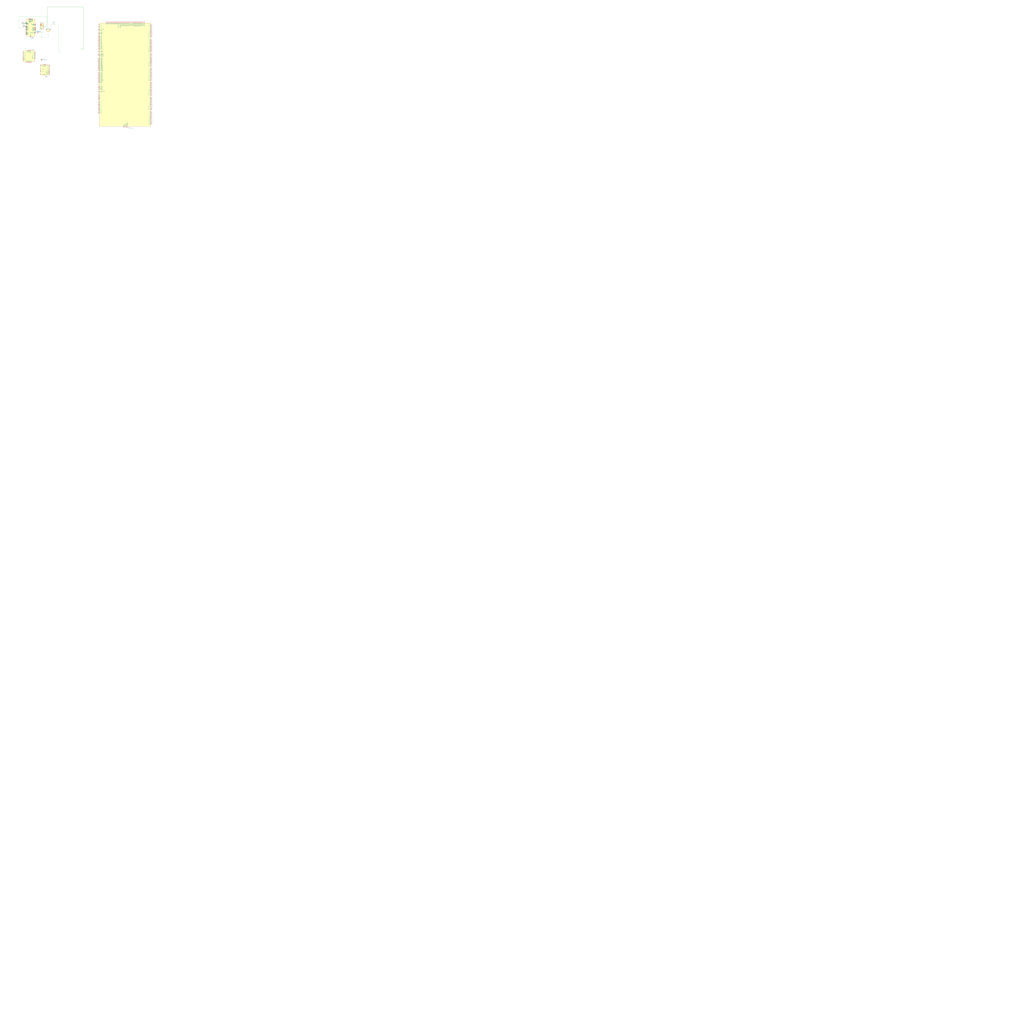
<source format=kicad_sch>
(kicad_sch (version 20250114) (generator "eeschema") (generator_version "9.0")
  (paper "User" 3048 3048)
  (lib_symbols
    (symbol "Battery_Management:BQ25570"
      (property "Reference" "U" (at -12.7 16.51 0))
      (property "Value" "BQ25570" (at 10.16 16.51 0))
      (symbol "BQ25570_0_1"
        (rectangle (start -12.7 15.24) (end 12.7 -15.24) (stroke (width 0.254)) (fill (type background)))
      )
      (symbol "BQ25570_1_1"
        (pin passive line (at -15.24 12.7 0) (length 2.54) (name "LBOOST") (number "20"))
        (pin input line (at -15.24 2.54 0) (length 2.54) (name "VOC_SAMP") (number "3"))
        (pin input line (at -15.24 -2.54 0) (length 2.54) (name "~{EN}") (number "5"))
        (pin input line (at -15.24 -5.08 0) (length 2.54) (name "VOUT_EN") (number "6"))
        (pin passive line (at -15.24 -12.7 0) (length 2.54) (name "VREF_SAMP") (number "4"))
        (pin power_in line (at -2.54 17.78 270) (length 2.54) (name "VIN_DC") (number "2"))
        (pin power_out line (at 0 17.78 270) (length 2.54) (name "VSTOR") (number "19"))
        (pin power_in line (at 0 -17.78 90) (length 2.54) (name "VSS") (number "1"))
        (pin passive line (at 0 -17.78 90) (length 2.54) (hide yes) (name "VSS") (number "15"))
        (pin passive line (at 0 -17.78 90) (length 2.54) (hide yes) (name "VSS") (number "17"))
        (pin passive line (at 0 -17.78 90) (length 2.54) (hide yes) (name "VSS") (number "21"))
        (pin passive line (at 0 -17.78 90) (length 2.54) (hide yes) (name "VSS") (number "9"))
        (pin power_in line (at 2.54 17.78 270) (length 2.54) (name "VBAT") (number "18"))
        (pin passive line (at 15.24 12.7 180) (length 2.54) (name "LBUCK") (number "16"))
        (pin input line (at 15.24 7.62 180) (length 2.54) (name "VOUT") (number "14"))
        (pin output line (at 15.24 2.54 180) (length 2.54) (name "VBAT_OK") (number "13"))
        (pin output line (at 15.24 -2.54 180) (length 2.54) (name "VRDIV") (number "8"))
        (pin input line (at 15.24 -5.08 180) (length 2.54) (name "OK_HYST") (number "10"))
        (pin input line (at 15.24 -7.62 180) (length 2.54) (name "OK_PROG") (number "11"))
        (pin input line (at 15.24 -10.16 180) (length 2.54) (name "VBAT_OV") (number "7"))
        (pin input line (at 15.24 -12.7 180) (length 2.54) (name "VOUT_SET") (number "12"))
      )
    )
    (symbol "Connector:Conn_Coaxial_Small" (pin_numbers (hide yes)) (pin_names (offset 1.016) (hide yes))
      (property "Reference" "J" (at 0.254 3.048 0))
      (property "Value" "Conn_Coaxial_Small" (at 0 -3.81 0))
      (symbol "Conn_Coaxial_Small_0_1"
        (polyline (pts (xy -2.54 0) (xy -0.508 0)))
        (circle (center 0 0) (radius 0.508) (stroke (width 0.2032)))
      )
      (symbol "Conn_Coaxial_Small_1_1"
        (arc (start 1.3484 0.0039) (mid 0.327 -1.308) (end -1.1916 -0.6311) (stroke (width 0.3048)))
        (arc (start -1.1916 0.6311) (mid 0.327 1.3081) (end 1.3484 -0.0039) (stroke (width 0.3048)))
        (pin passive line (at -2.54 0 0) (length 1.27) (name "In") (number "1"))
        (pin passive line (at 2.54 0 180) (length 1.27) (name "Ext") (number "2"))
      )
    )
    (symbol "Connector:USB_B_Micro" (pin_names (offset 1.016))
      (property "Reference" "J" (at -5.08 11.43 0))
      (property "Value" "USB_B_Micro" (at -5.08 8.89 0))
      (symbol "USB_B_Micro_0_1"
        (rectangle (start -5.08 -7.62) (end 5.08 7.62) (stroke (width 0.254)) (fill (type background)))
        (polyline (pts (xy -4.699 5.842) (xy -4.699 5.588) (xy -4.445 4.826) (xy -4.445 4.572) (xy -1.651 4.572) (xy -1.651 4.826) (xy -1.397 5.588) (xy -1.397 5.842) (xy -4.699 5.842)))
        (polyline (pts (xy -4.318 5.588) (xy -1.778 5.588) (xy -2.032 4.826) (xy -4.064 4.826) (xy -4.318 5.588)) (fill (type outline)))
        (circle (center -3.81 2.159) (radius 0.635) (stroke (width 0.254)) (fill (type outline)))
        (polyline (pts (xy -3.175 2.159) (xy -2.54 2.159) (xy -1.27 3.429) (xy -0.635 3.429)) (stroke (width 0.254)))
        (polyline (pts (xy -2.54 2.159) (xy -1.905 2.159) (xy -1.27 0.889) (xy 0 0.889)) (stroke (width 0.254)))
        (polyline (pts (xy -1.905 2.159) (xy 0.635 2.159)) (stroke (width 0.254)))
        (circle (center -0.635 3.429) (radius 0.381) (stroke (width 0.254)) (fill (type outline)))
        (rectangle (start -0.127 -7.62) (end 0.127 -6.858))
        (rectangle (start 0.254 1.27) (end -0.508 0.508) (stroke (width 0.254)) (fill (type outline)))
        (polyline (pts (xy 0.635 2.794) (xy 0.635 1.524) (xy 1.905 2.159) (xy 0.635 2.794)) (stroke (width 0.254)) (fill (type outline)))
        (rectangle (start 5.08 4.953) (end 4.318 5.207))
        (rectangle (start 5.08 -0.127) (end 4.318 0.127))
        (rectangle (start 5.08 -2.667) (end 4.318 -2.413))
        (rectangle (start 5.08 -5.207) (end 4.318 -4.953))
      )
      (symbol "USB_B_Micro_1_1"
        (pin passive line (at -2.54 -10.16 90) (length 2.54) (name "Shield") (number "6"))
        (pin power_out line (at 0 -10.16 90) (length 2.54) (name "GND") (number "5"))
        (pin power_out line (at 7.62 5.08 180) (length 2.54) (name "VBUS") (number "1"))
        (pin bidirectional line (at 7.62 0 180) (length 2.54) (name "D+") (number "3"))
        (pin bidirectional line (at 7.62 -2.54 180) (length 2.54) (name "D-") (number "2"))
        (pin passive line (at 7.62 -5.08 180) (length 2.54) (name "ID") (number "4"))
      )
    )
    (symbol "Device:Crystal_Small" (pin_numbers (hide yes)) (pin_names (offset 1.016) (hide yes))
      (property "Reference" "Y" (at 0 2.54 0))
      (property "Value" "Crystal_Small" (at 0 -2.54 0))
      (symbol "Crystal_Small_0_1"
        (polyline (pts (xy -1.27 -0.762) (xy -1.27 0.762)) (stroke (width 0.381)))
        (rectangle (start -0.762 -1.524) (end 0.762 1.524))
        (polyline (pts (xy 1.27 -0.762) (xy 1.27 0.762)) (stroke (width 0.381)))
      )
      (symbol "Crystal_Small_1_1"
        (pin passive line (at -2.54 0 0) (length 1.27) (name "1") (number "1"))
        (pin passive line (at 2.54 0 180) (length 1.27) (name "2") (number "2"))
      )
    )
    (symbol "Device:Solar_Cell" (pin_numbers (hide yes)) (pin_names (offset 0) (hide yes))
      (property "Reference" "SC" (at 2.54 2.54 0))
      (property "Value" "Solar_Cell" (at 2.54 0 0))
      (symbol "Solar_Cell_0_1"
        (polyline (pts (xy -2.032 3.048) (xy -2.032 2.286) (xy -2.794 2.286)))
        (polyline (pts (xy -2.032 2.286) (xy -3.556 3.81)))
        (rectangle (start -2.032 1.778) (end 2.032 1.524) (fill (type outline)))
        (rectangle (start -1.3208 1.1938) (end 1.27 0.6858) (fill (type outline)))
        (polyline (pts (xy -0.762 3.556) (xy -0.762 2.794) (xy -1.524 2.794)))
        (polyline (pts (xy -0.762 2.794) (xy -2.286 4.318)))
        (polyline (pts (xy 0 1.778) (xy 0 2.54)))
        (polyline (pts (xy 0 0.762) (xy 0 0)))
        (polyline (pts (xy 0.254 2.667) (xy 1.27 2.667)) (stroke (width 0.254)))
        (polyline (pts (xy 0.762 3.175) (xy 0.762 2.159)) (stroke (width 0.254)))
      )
      (symbol "Solar_Cell_1_1"
        (pin passive line (at 0 5.08 270) (length 2.54) (name "+") (number "1"))
        (pin passive line (at 0 -2.54 90) (length 2.54) (name "-") (number "2"))
      )
    )
    (symbol "MCU_ST_STM32MP1:STM32MP131AAEx"
      (property "Reference" "U" (at -76.2 156.21 0))
      (property "Value" "STM32MP131AAEx" (at 60.96 156.21 0))
      (symbol "STM32MP131AAEx_0_1"
        (rectangle (start -76.2 -152.4) (end 76.2 154.94) (stroke (width 0.254)) (fill (type background)))
      )
      (symbol "STM32MP131AAEx_1_1"
        (pin input line (at -81.28 149.86 0) (length 5.08) (name "NRST") (number "U10"))
        (pin input line (at -81.28 144.78 0) (length 5.08) (name "VREF+") (number "R6"))
        (pin input line (at -81.28 142.24 0) (length 5.08) (name "VREF-") (number "P6"))
        (pin output line (at -81.28 137.16 0) (length 5.08) (name "PWR_CPU_ON") (number "R3"))
        (pin output line (at -81.28 134.62 0) (length 5.08) (name "PWR_LP") (number "N13"))
        (pin output line (at -81.28 132.08 0) (length 5.08) (name "PWR_ON") (number "P14"))
        (pin bidirectional line (at -81.28 127 0) (length 5.08) (name "DDR_BA0") (number "G17"))
        (pin bidirectional line (at -81.28 124.46 0) (length 5.08) (name "DDR_BA1") (number "L16"))
        (pin bidirectional line (at -81.28 121.92 0) (length 5.08) (name "DDR_BA2") (number "G13"))
        (pin bidirectional line (at -81.28 116.84 0) (length 5.08) (name "DDR_A0") (number "G16"))
        (pin bidirectional line (at -81.28 114.3 0) (length 5.08) (name "DDR_A1") (number "K15"))
        (pin bidirectional line (at -81.28 111.76 0) (length 5.08) (name "DDR_A2") (number "F17"))
        (pin bidirectional line (at -81.28 109.22 0) (length 5.08) (name "DDR_A3") (number "G15"))
        (pin bidirectional line (at -81.28 106.68 0) (length 5.08) (name "DDR_A4") (number "M14"))
        (pin bidirectional line (at -81.28 104.14 0) (length 5.08) (name "DDR_A5") (number "E16"))
        (pin bidirectional line (at -81.28 101.6 0) (length 5.08) (name "DDR_A6") (number "M17"))
        (pin bidirectional line (at -81.28 99.06 0) (length 5.08) (name "DDR_A7") (number "G14"))
        (pin bidirectional line (at -81.28 96.52 0) (length 5.08) (name "DDR_A8") (number "L15"))
        (pin bidirectional line (at -81.28 93.98 0) (length 5.08) (name "DDR_A9") (number "F16"))
        (pin bidirectional line (at -81.28 91.44 0) (length 5.08) (name "DDR_A10") (number "J14"))
        (pin bidirectional line (at -81.28 88.9 0) (length 5.08) (name "DDR_A11") (number "K13"))
        (pin bidirectional line (at -81.28 86.36 0) (length 5.08) (name "DDR_A12") (number "K17"))
        (pin bidirectional line (at -81.28 83.82 0) (length 5.08) (name "DDR_A13") (number "F14"))
        (pin bidirectional line (at -81.28 81.28 0) (length 5.08) (name "DDR_A14") (number "L17"))
        (pin bidirectional line (at -81.28 78.74 0) (length 5.08) (name "DDR_A15") (number "K16"))
        (pin bidirectional line (at -81.28 76.2 0) (length 5.08) (name "DDR_ATO") (number "L13"))
        (pin bidirectional line (at -81.28 71.12 0) (length 5.08) (name "DDR_DQM0") (number "D15"))
        (pin bidirectional line (at -81.28 68.58 0) (length 5.08) (name "DDR_DQM1") (number "N14"))
        (pin bidirectional line (at -81.28 63.5 0) (length 5.08) (name "DDR_DQS0N") (number "C16"))
        (pin bidirectional line (at -81.28 60.96 0) (length 5.08) (name "DDR_DQS0P") (number "C17"))
        (pin bidirectional line (at -81.28 58.42 0) (length 5.08) (name "DDR_DQS1N") (number "R16"))
        (pin bidirectional line (at -81.28 55.88 0) (length 5.08) (name "DDR_DQS1P") (number "R17"))
        (pin bidirectional line (at -81.28 50.8 0) (length 5.08) (name "DDR_DQ0") (number "B17"))
        (pin bidirectional line (at -81.28 48.26 0) (length 5.08) (name "DDR_DQ1") (number "C15"))
        (pin bidirectional line (at -81.28 45.72 0) (length 5.08) (name "DDR_DQ2") (number "E13"))
        (pin bidirectional line (at -81.28 43.18 0) (length 5.08) (name "DDR_DQ3") (number "D17"))
        (pin bidirectional line (at -81.28 40.64 0) (length 5.08) (name "DDR_DQ4") (number "B16"))
        (pin bidirectional line (at -81.28 38.1 0) (length 5.08) (name "DDR_DQ5") (number "D16"))
        (pin bidirectional line (at -81.28 35.56 0) (length 5.08) (name "DDR_DQ6") (number "E14"))
        (pin bidirectional line (at -81.28 33.02 0) (length 5.08) (name "DDR_DQ7") (number "E15"))
        (pin bidirectional line (at -81.28 30.48 0) (length 5.08) (name "DDR_DQ8") (number "N16"))
        (pin bidirectional line (at -81.28 27.94 0) (length 5.08) (name "DDR_DQ9") (number "P17"))
        (pin bidirectional line (at -81.28 25.4 0) (length 5.08) (name "DDR_DQ10") (number "N15"))
        (pin bidirectional line (at -81.28 22.86 0) (length 5.08) (name "DDR_DQ11") (number "P15"))
        (pin bidirectional line (at -81.28 20.32 0) (length 5.08) (name "DDR_DQ12") (number "R15"))
        (pin bidirectional line (at -81.28 17.78 0) (length 5.08) (name "DDR_DQ13") (number "P16"))
        (pin bidirectional line (at -81.28 15.24 0) (length 5.08) (name "DDR_DQ14") (number "T17"))
        (pin bidirectional line (at -81.28 12.7 0) (length 5.08) (name "DDR_DQ15") (number "T16"))
        (pin bidirectional line (at -81.28 7.62 0) (length 5.08) (name "DDR_CASN") (number "J15"))
        (pin bidirectional line (at -81.28 5.08 0) (length 5.08) (name "DDR_CKE") (number "K14"))
        (pin bidirectional line (at -81.28 2.54 0) (length 5.08) (name "DDR_CLKN") (number "J17"))
        (pin bidirectional line (at -81.28 0 0) (length 5.08) (name "DDR_CLKP") (number "J16"))
        (pin bidirectional line (at -81.28 -2.54 0) (length 5.08) (name "DDR_CSN") (number "H16"))
        (pin bidirectional line (at -81.28 -5.08 0) (length 5.08) (name "DDR_DTO0") (number "L14"))
        (pin bidirectional line (at -81.28 -7.62 0) (length 5.08) (name "DDR_DTO1") (number "M16"))
        (pin bidirectional line (at -81.28 -10.16 0) (length 5.08) (name "DDR_ODT") (number "H15"))
        (pin bidirectional line (at -81.28 -12.7 0) (length 5.08) (name "DDR_RASN") (number "H17"))
        (pin bidirectional line (at -81.28 -15.24 0) (length 5.08) (name "DDR_RESETN") (number "E17"))
        (pin bidirectional line (at -81.28 -17.78 0) (length 5.08) (name "DDR_VREF") (number "M13"))
        (pin bidirectional line (at -81.28 -20.32 0) (length 5.08) (name "DDR_WEN") (number "H13"))
        (pin bidirectional line (at -81.28 -22.86 0) (length 5.08) (name "DDR_ZQ") (number "N17"))
        (pin bidirectional line (at -81.28 -27.94 0) (length 5.08) (name "NJTRST") (number "N9"))
        (pin bidirectional line (at -81.28 -33.02 0) (length 5.08) (name "USB_DM1") (number "U13"))
        (pin bidirectional line (at -81.28 -35.56 0) (length 5.08) (name "USB_DM2") (number "U11"))
        (pin bidirectional line (at -81.28 -38.1 0) (length 5.08) (name "USB_DP1") (number "T13"))
        (pin bidirectional line (at -81.28 -40.64 0) (length 5.08) (name "USB_DP2") (number "T11"))
        (pin bidirectional line (at -81.28 -43.18 0) (length 5.08) (name "USB_RREF") (number "U12"))
        (pin bidirectional line (at -81.28 -48.26 0) (length 5.08) (name "BYPASS_REG1V8") (number "T14"))
        (pin bidirectional line (at -81.28 -50.8 0) (length 5.08) (name "PDR_ON") (number "T10"))
        (pin bidirectional line (at -81.28 -55.88 0) (length 5.08) (name "PI0") (number "L4"))
        (pin bidirectional line (at -81.28 -58.42 0) (length 5.08) (name "PI1") (number "K5"))
        (pin bidirectional line (at -81.28 -60.96 0) (length 5.08) (name "PI2") (number "J3"))
        (pin bidirectional line (at -81.28 -63.5 0) (length 5.08) (name "PI3") (number "H2"))
        (pin bidirectional line (at -81.28 -66.04 0) (length 5.08) (name "PI4") (number "U14"))
        (pin bidirectional line (at -81.28 -68.58 0) (length 5.08) (name "PI5") (number "P12"))
        (pin bidirectional line (at -81.28 -71.12 0) (length 5.08) (name "PI6") (number "R12"))
        (pin bidirectional line (at -81.28 -73.66 0) (length 5.08) (name "PI7") (number "U16"))
        (pin bidirectional line (at -81.28 -78.74 0) (length 5.08) (name "PH0") (number "P1"))
        (pin bidirectional line (at -81.28 -81.28 0) (length 5.08) (name "PH1") (number "P2"))
        (pin bidirectional line (at -81.28 -83.82 0) (length 5.08) (name "PH2") (number "F4"))
        (pin bidirectional line (at -81.28 -86.36 0) (length 5.08) (name "PH3") (number "R2"))
        (pin bidirectional line (at -81.28 -88.9 0) (length 5.08) (name "PH4") (number "T15"))
        (pin bidirectional line (at -81.28 -91.44 0) (length 5.08) (name "PH5") (number "R14"))
        (pin bidirectional line (at -81.28 -93.98 0) (length 5.08) (name "PH6") (number "L3"))
        (pin bidirectional line (at -81.28 -96.52 0) (length 5.08) (name "PH7") (number "H3"))
        (pin bidirectional line (at -81.28 -99.06 0) (length 5.08) (name "PH8") (number "F5"))
        (pin bidirectional line (at -81.28 -101.6 0) (length 5.08) (name "PH9") (number "A9"))
        (pin bidirectional line (at -81.28 -104.14 0) (length 5.08) (name "PH10") (number "E11"))
        (pin bidirectional line (at -81.28 -106.68 0) (length 5.08) (name "PH11") (number "H1"))
        (pin bidirectional line (at -81.28 -109.22 0) (length 5.08) (name "PH12") (number "C2"))
        (pin bidirectional line (at -81.28 -111.76 0) (length 5.08) (name "PH13") (number "A10"))
        (pin bidirectional line (at -81.28 -114.3 0) (length 5.08) (name "PH14") (number "B7"))
        (pin power_in line (at -55.88 160.02 270) (length 5.08) (name "VBAT") (number "J2"))
        (pin power_in line (at -53.34 160.02 270) (length 5.08) (name "VDD") (number "F7"))
        (pin power_in line (at -50.8 160.02 270) (length 5.08) (name "VDD") (number "F10"))
        (pin power_in line (at -48.26 160.02 270) (length 5.08) (name "VDD") (number "F11"))
        (pin power_in line (at -45.72 160.02 270) (length 5.08) (name "VDD") (number "G6"))
        (pin power_in line (at -43.18 160.02 270) (length 5.08) (name "VDD") (number "K6"))
        (pin power_in line (at -40.64 160.02 270) (length 5.08) (name "VDD") (number "L6"))
        (pin power_in line (at -38.1 160.02 270) (length 5.08) (name "VDD") (number "M6"))
        (pin power_in line (at -35.56 160.02 270) (length 5.08) (name "VDD") (number "M7"))
        (pin power_in line (at -33.02 160.02 270) (length 5.08) (name "VDD") (number "M8"))
        (pin power_in line (at -30.48 160.02 270) (length 5.08) (name "VDD") (number "M9"))
        (pin power_in line (at -27.94 160.02 270) (length 5.08) (name "VDD") (number "M10"))
        (pin power_in line (at -25.4 160.02 270) (length 5.08) (name "VDD") (number "M11"))
        (pin power_in line (at -22.86 160.02 270) (length 5.08) (name "VDD") (number "R9"))
        (pin power_in line (at -20.32 160.02 270) (length 5.08) (name "VDD3V3_USBHS") (number "P10"))
        (pin power_in line (at -17.78 160.02 270) (length 5.08) (name "VDDA") (number "P7"))
        (pin power_in line (at -15.24 160.02 270) (length 5.08) (name "VDDA1V1_REG") (number "N11"))
        (pin power_in line (at -12.7 160.02 270) (length 5.08) (name "VDDA1V8_REG") (number "R11"))
        (pin power_in line (at -10.16 160.02 270) (length 5.08) (name "VDDCORE") (number "H8"))
        (pin power_in line (at -7.62 160.02 270) (length 5.08) (name "VDDCORE") (number "H9"))
        (pin power_in line (at -5.08 160.02 270) (length 5.08) (name "VDDCORE") (number "H10"))
        (pin power_in line (at -5.08 -157.48 90) (length 5.08) (name "VSS") (number "A1"))
        (pin passive line (at -5.08 -157.48 90) (length 5.08) (hide yes) (name "VSS") (number "A17"))
        (pin passive line (at -5.08 -157.48 90) (length 5.08) (hide yes) (name "VSS") (number "C8"))
        (pin passive line (at -5.08 -157.48 90) (length 5.08) (hide yes) (name "VSS") (number "D12"))
        (pin passive line (at -5.08 -157.48 90) (length 5.08) (hide yes) (name "VSS") (number "D3"))
        (pin passive line (at -5.08 -157.48 90) (length 5.08) (hide yes) (name "VSS") (number "E5"))
        (pin passive line (at -5.08 -157.48 90) (length 5.08) (hide yes) (name "VSS") (number "F13"))
        (pin passive line (at -5.08 -157.48 90) (length 5.08) (hide yes) (name "VSS") (number "F15"))
        (pin passive line (at -5.08 -157.48 90) (length 5.08) (hide yes) (name "VSS") (number "G10"))
        (pin passive line (at -5.08 -157.48 90) (length 5.08) (hide yes) (name "VSS") (number "G11"))
        (pin passive line (at -5.08 -157.48 90) (length 5.08) (hide yes) (name "VSS") (number "G7"))
        (pin passive line (at -5.08 -157.48 90) (length 5.08) (hide yes) (name "VSS") (number "G8"))
        (pin passive line (at -5.08 -157.48 90) (length 5.08) (hide yes) (name "VSS") (number "G9"))
        (pin passive line (at -5.08 -157.48 90) (length 5.08) (hide yes) (name "VSS") (number "H11"))
        (pin passive line (at -5.08 -157.48 90) (length 5.08) (hide yes) (name "VSS") (number "H14"))
        (pin passive line (at -5.08 -157.48 90) (length 5.08) (hide yes) (name "VSS") (number "H7"))
        (pin passive line (at -5.08 -157.48 90) (length 5.08) (hide yes) (name "VSS") (number "J11"))
        (pin passive line (at -5.08 -157.48 90) (length 5.08) (hide yes) (name "VSS") (number "J7"))
        (pin passive line (at -5.08 -157.48 90) (length 5.08) (hide yes) (name "VSS") (number "J9"))
        (pin passive line (at -5.08 -157.48 90) (length 5.08) (hide yes) (name "VSS") (number "K11"))
        (pin passive line (at -5.08 -157.48 90) (length 5.08) (hide yes) (name "VSS") (number "K3"))
        (pin passive line (at -5.08 -157.48 90) (length 5.08) (hide yes) (name "VSS") (number "K7"))
        (pin passive line (at -5.08 -157.48 90) (length 5.08) (hide yes) (name "VSS") (number "L10"))
        (pin passive line (at -5.08 -157.48 90) (length 5.08) (hide yes) (name "VSS") (number "L11"))
        (pin passive line (at -5.08 -157.48 90) (length 5.08) (hide yes) (name "VSS") (number "L7"))
        (pin passive line (at -5.08 -157.48 90) (length 5.08) (hide yes) (name "VSS") (number "L8"))
        (pin passive line (at -5.08 -157.48 90) (length 5.08) (hide yes) (name "VSS") (number "L9"))
        (pin passive line (at -5.08 -157.48 90) (length 5.08) (hide yes) (name "VSS") (number "M15"))
        (pin passive line (at -5.08 -157.48 90) (length 5.08) (hide yes) (name "VSS") (number "N4"))
        (pin passive line (at -5.08 -157.48 90) (length 5.08) (hide yes) (name "VSS") (number "P11"))
        (pin passive line (at -5.08 -157.48 90) (length 5.08) (hide yes) (name "VSS") (number "R5"))
        (pin passive line (at -5.08 -157.48 90) (length 5.08) (hide yes) (name "VSS") (number "R8"))
        (pin passive line (at -5.08 -157.48 90) (length 5.08) (hide yes) (name "VSS") (number "U1"))
        (pin passive line (at -5.08 -157.48 90) (length 5.08) (hide yes) (name "VSS") (number "U17"))
        (pin power_in line (at -2.54 160.02 270) (length 5.08) (name "VDDCORE") (number "J8"))
        (pin power_in line (at -2.54 -157.48 90) (length 5.08) (name "VSSA") (number "N7"))
        (pin power_in line (at 0 160.02 270) (length 5.08) (name "VDDCORE") (number "J10"))
        (pin power_in line (at 0 -157.48 90) (length 5.08) (name "VSS_ANA") (number "M5"))
        (pin power_in line (at 2.54 160.02 270) (length 5.08) (name "VDDCORE") (number "J13"))
        (pin power_in line (at 2.54 -157.48 90) (length 5.08) (name "VSS_PLL") (number "J4"))
        (pin power_in line (at 5.08 160.02 270) (length 5.08) (name "VDDCORE") (number "K8"))
        (pin power_in line (at 5.08 -157.48 90) (length 5.08) (name "VSS_PLL2") (number "P13"))
        (pin power_in line (at 7.62 160.02 270) (length 5.08) (name "VDDCORE") (number "K9"))
        (pin power_in line (at 7.62 -157.48 90) (length 5.08) (name "VSS_USBHS") (number "N10"))
        (pin power_in line (at 10.16 160.02 270) (length 5.08) (name "VDDCORE") (number "K10"))
        (pin power_in line (at 12.7 160.02 270) (length 5.08) (name "VDDCPU") (number "F6"))
        (pin power_in line (at 15.24 160.02 270) (length 5.08) (name "VDDCPU") (number "F8"))
        (pin power_in line (at 17.78 160.02 270) (length 5.08) (name "VDDCPU") (number "F9"))
        (pin power_in line (at 20.32 160.02 270) (length 5.08) (name "VDDCPU") (number "H6"))
        (pin power_in line (at 22.86 160.02 270) (length 5.08) (name "VDDCPU") (number "J6"))
        (pin power_in line (at 25.4 160.02 270) (length 5.08) (name "VDDQ_DDR") (number "E12"))
        (pin power_in line (at 27.94 160.02 270) (length 5.08) (name "VDDQ_DDR") (number "F12"))
        (pin power_in line (at 30.48 160.02 270) (length 5.08) (name "VDDQ_DDR") (number "G12"))
        (pin power_in line (at 33.02 160.02 270) (length 5.08) (name "VDDQ_DDR") (number "H12"))
        (pin power_in line (at 35.56 160.02 270) (length 5.08) (name "VDDQ_DDR") (number "J12"))
        (pin power_in line (at 38.1 160.02 270) (length 5.08) (name "VDDQ_DDR") (number "K12"))
        (pin power_in line (at 40.64 160.02 270) (length 5.08) (name "VDDQ_DDR") (number "L12"))
        (pin power_in line (at 43.18 160.02 270) (length 5.08) (name "VDDQ_DDR") (number "M12"))
        (pin power_in line (at 45.72 160.02 270) (length 5.08) (name "VDDQ_DDR") (number "N12"))
        (pin power_in line (at 48.26 160.02 270) (length 5.08) (name "VDDSD1") (number "C12"))
        (pin power_in line (at 50.8 160.02 270) (length 5.08) (name "VDDSD2") (number "D11"))
        (pin power_in line (at 53.34 160.02 270) (length 5.08) (name "VDD_ANA") (number "M4"))
        (pin power_in line (at 55.88 160.02 270) (length 5.08) (name "VDD_PLL") (number "J5"))
        (pin power_in line (at 58.42 160.02 270) (length 5.08) (name "VDD_PLL2") (number "R13"))
        (pin bidirectional line (at 81.28 149.86 180) (length 5.08) (name "PA0") (number "U3"))
        (pin bidirectional line (at 81.28 147.32 180) (length 5.08) (name "PA1") (number "R4"))
        (pin bidirectional line (at 81.28 144.78 180) (length 5.08) (name "PA2") (number "P5"))
        (pin bidirectional line (at 81.28 142.24 180) (length 5.08) (name "PA3") (number "N8"))
        (pin bidirectional line (at 81.28 139.7 180) (length 5.08) (name "PA4") (number "U5"))
        (pin bidirectional line (at 81.28 137.16 180) (length 5.08) (name "PA5") (number "U4"))
        (pin bidirectional line (at 81.28 134.62 180) (length 5.08) (name "PA6") (number "T8"))
        (pin bidirectional line (at 81.28 132.08 180) (length 5.08) (name "PA7") (number "U2"))
        (pin bidirectional line (at 81.28 129.54 180) (length 5.08) (name "PA8") (number "M2"))
        (pin bidirectional line (at 81.28 127 180) (length 5.08) (name "PA9") (number "A2"))
        (pin bidirectional line (at 81.28 124.46 180) (length 5.08) (name "PA10") (number "U15"))
        (pin bidirectional line (at 81.28 121.92 180) (length 5.08) (name "PA11") (number "T2"))
        (pin bidirectional line (at 81.28 119.38 180) (length 5.08) (name "PA12") (number "E3"))
        (pin bidirectional line (at 81.28 116.84 180) (length 5.08) (name "PA13") (number "P3"))
        (pin bidirectional line (at 81.28 114.3 180) (length 5.08) (name "PA14") (number "T12"))
        (pin bidirectional line (at 81.28 111.76 180) (length 5.08) (name "PA15") (number "E6"))
        (pin bidirectional line (at 81.28 106.68 180) (length 5.08) (name "PB0") (number "U7"))
        (pin bidirectional line (at 81.28 104.14 180) (length 5.08) (name "PB1") (number "T7"))
        (pin bidirectional line (at 81.28 101.6 180) (length 5.08) (name "PB2") (number "H4"))
        (pin bidirectional line (at 81.28 99.06 180) (length 5.08) (name "PB3") (number "C11"))
        (pin bidirectional line (at 81.28 96.52 180) (length 5.08) (name "PB4") (number "B13"))
        (pin bidirectional line (at 81.28 93.98 180) (length 5.08) (name "PB5") (number "C10"))
        (pin bidirectional line (at 81.28 91.44 180) (length 5.08) (name "PB6") (number "C1"))
        (pin bidirectional line (at 81.28 88.9 180) (length 5.08) (name "PB7") (number "A4"))
        (pin bidirectional line (at 81.28 86.36 180) (length 5.08) (name "PB8") (number "D1"))
        (pin bidirectional line (at 81.28 83.82 180) (length 5.08) (name "PB9") (number "A12"))
        (pin bidirectional line (at 81.28 81.28 180) (length 5.08) (name "PB10") (number "D10"))
        (pin bidirectional line (at 81.28 78.74 180) (length 5.08) (name "PB11") (number "N5"))
        (pin bidirectional line (at 81.28 76.2 180) (length 5.08) (name "PB12") (number "D9"))
        (pin bidirectional line (at 81.28 73.66 180) (length 5.08) (name "PB13") (number "E10"))
        (pin bidirectional line (at 81.28 71.12 180) (length 5.08) (name "PB14") (number "A13"))
        (pin bidirectional line (at 81.28 68.58 180) (length 5.08) (name "PB15") (number "B12"))
        (pin bidirectional line (at 81.28 63.5 180) (length 5.08) (name "PC0") (number "T3"))
        (pin bidirectional line (at 81.28 60.96 180) (length 5.08) (name "PC1") (number "U8"))
        (pin bidirectional line (at 81.28 58.42 180) (length 5.08) (name "PC2") (number "U9"))
        (pin bidirectional line (at 81.28 55.88 180) (length 5.08) (name "PC3") (number "T5"))
        (pin bidirectional line (at 81.28 53.34 180) (length 5.08) (name "PC4") (number "U6"))
        (pin bidirectional line (at 81.28 50.8 180) (length 5.08) (name "PC5") (number "R7"))
        (pin bidirectional line (at 81.28 48.26 180) (length 5.08) (name "PC6") (number "B11"))
        (pin bidirectional line (at 81.28 45.72 180) (length 5.08) (name "PC7") (number "A11"))
        (pin bidirectional line (at 81.28 43.18 180) (length 5.08) (name "PC8") (number "D14"))
        (pin bidirectional line (at 81.28 40.64 180) (length 5.08) (name "PC9") (number "A16"))
        (pin bidirectional line (at 81.28 38.1 180) (length 5.08) (name "PC10") (number "B14"))
        (pin bidirectional line (at 81.28 35.56 180) (length 5.08) (name "PC11") (number "C14"))
        (pin bidirectional line (at 81.28 33.02 180) (length 5.08) (name "PC12") (number "B15"))
        (pin bidirectional line (at 81.28 30.48 180) (length 5.08) (name "PC13") (number "K4"))
        (pin bidirectional line (at 81.28 27.94 180) (length 5.08) (name "PC14") (number "K1"))
        (pin bidirectional line (at 81.28 25.4 180) (length 5.08) (name "PC15") (number "K2"))
        (pin bidirectional line (at 81.28 20.32 180) (length 5.08) (name "PD0") (number "E4"))
        (pin bidirectional line (at 81.28 17.78 180) (length 5.08) (name "PD1") (number "D5"))
        (pin bidirectional line (at 81.28 15.24 180) (length 5.08) (name "PD2") (number "A15"))
        (pin bidirectional line (at 81.28 12.7 180) (length 5.08) (name "PD3") (number "B1"))
        (pin bidirectional line (at 81.28 10.16 180) (length 5.08) (name "PD4") (number "E7"))
        (pin bidirectional line (at 81.28 7.62 180) (length 5.08) (name "PD5") (number "A6"))
        (pin bidirectional line (at 81.28 5.08 180) (length 5.08) (name "PD6") (number "D2"))
        (pin bidirectional line (at 81.28 2.54 180) (length 5.08) (name "PD7") (number "N3"))
        (pin bidirectional line (at 81.28 0 180) (length 5.08) (name "PD8") (number "C5"))
        (pin bidirectional line (at 81.28 -2.54 180) (length 5.08) (name "PD9") (number "E8"))
        (pin bidirectional line (at 81.28 -5.08 180) (length 5.08) (name "PD10") (number "A3"))
        (pin bidirectional line (at 81.28 -7.62 180) (length 5.08) (name "PD11") (number "E2"))
        (pin bidirectional line (at 81.28 -10.16 180) (length 5.08) (name "PD12") (number "C6"))
        (pin bidirectional line (at 81.28 -12.7 180) (length 5.08) (name "PD13") (number "J1"))
        (pin bidirectional line (at 81.28 -15.24 180) (length 5.08) (name "PD14") (number "B3"))
        (pin bidirectional line (at 81.28 -17.78 180) (length 5.08) (name "PD15") (number "C7"))
        (pin bidirectional line (at 81.28 -22.86 180) (length 5.08) (name "PE0") (number "D6"))
        (pin bidirectional line (at 81.28 -25.4 180) (length 5.08) (name "PE1") (number "B5"))
        (pin bidirectional line (at 81.28 -27.94 180) (length 5.08) (name "PE2") (number "L1"))
        (pin bidirectional line (at 81.28 -30.48 180) (length 5.08) (name "PE3") (number "D13"))
        (pin bidirectional line (at 81.28 -33.02 180) (length 5.08) (name "PE4") (number "H5"))
        (pin bidirectional line (at 81.28 -35.56 180) (length 5.08) (name "PE5") (number "T9"))
        (pin bidirectional line (at 81.28 -38.1 180) (length 5.08) (name "PE6") (number "N1"))
        (pin bidirectional line (at 81.28 -40.64 180) (length 5.08) (name "PE7") (number "A5"))
        (pin bidirectional line (at 81.28 -43.18 180) (length 5.08) (name "PE8") (number "A7"))
        (pin bidirectional line (at 81.28 -45.72 180) (length 5.08) (name "PE9") (number "B6"))
        (pin bidirectional line (at 81.28 -48.26 180) (length 5.08) (name "PE10") (number "B8"))
        (pin bidirectional line (at 81.28 -50.8 180) (length 5.08) (name "PE11") (number "D4"))
        (pin bidirectional line (at 81.28 -53.34 180) (length 5.08) (name "PE12") (number "B4"))
        (pin bidirectional line (at 81.28 -55.88 180) (length 5.08) (name "PE13") (number "C4"))
        (pin bidirectional line (at 81.28 -58.42 180) (length 5.08) (name "PE14") (number "C3"))
        (pin bidirectional line (at 81.28 -60.96 180) (length 5.08) (name "PE15") (number "D8"))
        (pin bidirectional line (at 81.28 -66.04 180) (length 5.08) (name "PF0") (number "C13"))
        (pin bidirectional line (at 81.28 -68.58 180) (length 5.08) (name "PF1") (number "B9"))
        (pin bidirectional line (at 81.28 -71.12 180) (length 5.08) (name "PF2") (number "E9"))
        (pin bidirectional line (at 81.28 -73.66 180) (length 5.08) (name "PF3") (number "B10"))
        (pin bidirectional line (at 81.28 -76.2 180) (length 5.08) (name "PF4") (number "L2"))
        (pin bidirectional line (at 81.28 -78.74 180) (length 5.08) (name "PF5") (number "B2"))
        (pin bidirectional line (at 81.28 -81.28 180) (length 5.08) (name "PF6") (number "G2"))
        (pin bidirectional line (at 81.28 -83.82 180) (length 5.08) (name "PF7") (number "M1"))
        (pin bidirectional line (at 81.28 -86.36 180) (length 5.08) (name "PF8") (number "G5"))
        (pin bidirectional line (at 81.28 -88.9 180) (length 5.08) (name "PF9") (number "G1"))
        (pin bidirectional line (at 81.28 -91.44 180) (length 5.08) (name "PF10") (number "G3"))
        (pin bidirectional line (at 81.28 -93.98 180) (length 5.08) (name "PF11") (number "T6"))
        (pin bidirectional line (at 81.28 -96.52 180) (length 5.08) (name "PF12") (number "T4"))
        (pin bidirectional line (at 81.28 -99.06 180) (length 5.08) (name "PF13") (number "N6"))
        (pin bidirectional line (at 81.28 -101.6 180) (length 5.08) (name "PF14") (number "P4"))
        (pin bidirectional line (at 81.28 -104.14 180) (length 5.08) (name "PF15") (number "R10"))
        (pin bidirectional line (at 81.28 -109.22 180) (length 5.08) (name "PG0") (number "D7"))
        (pin bidirectional line (at 81.28 -111.76 180) (length 5.08) (name "PG1") (number "N2"))
        (pin bidirectional line (at 81.28 -114.3 180) (length 5.08) (name "PG2") (number "R1"))
        (pin bidirectional line (at 81.28 -116.84 180) (length 5.08) (name "PG3") (number "L5"))
        (pin bidirectional line (at 81.28 -119.38 180) (length 5.08) (name "PG4") (number "A8"))
        (pin bidirectional line (at 81.28 -121.92 180) (length 5.08) (name "PG5") (number "F2"))
        (pin bidirectional line (at 81.28 -124.46 180) (length 5.08) (name "PG6") (number "A14"))
        (pin bidirectional line (at 81.28 -127 180) (length 5.08) (name "PG7") (number "C9"))
        (pin bidirectional line (at 81.28 -129.54 180) (length 5.08) (name "PG8") (number "F3"))
        (pin bidirectional line (at 81.28 -132.08 180) (length 5.08) (name "PG9") (number "E1"))
        (pin bidirectional line (at 81.28 -134.62 180) (length 5.08) (name "PG10") (number "F1"))
        (pin bidirectional line (at 81.28 -137.16 180) (length 5.08) (name "PG11") (number "M3"))
        (pin bidirectional line (at 81.28 -139.7 180) (length 5.08) (name "PG12") (number "T1"))
        (pin bidirectional line (at 81.28 -142.24 180) (length 5.08) (name "PG13") (number "P8"))
        (pin bidirectional line (at 81.28 -144.78 180) (length 5.08) (name "PG14") (number "P9"))
        (pin bidirectional line (at 81.28 -147.32 180) (length 5.08) (name "PG15") (number "G4"))
      )
    )
    (symbol "RF:SX1276"
      (property "Reference" "U" (at 13.97 24.13 0))
      (property "Value" "SX1276" (at 13.97 21.59 0))
      (symbol "SX1276_0_1"
        (rectangle (start -12.7 25.4) (end 12.7 -25.4) (stroke (width 0.254)) (fill (type background)))
      )
      (symbol "SX1276_1_1"
        (pin bidirectional line (at -15.24 15.24 0) (length 2.54) (name "XTA") (number "5"))
        (pin bidirectional line (at -15.24 12.7 0) (length 2.54) (name "XTB") (number "6"))
        (pin input line (at -15.24 10.16 0) (length 2.54) (name "~{RESET}") (number "7"))
        (pin bidirectional line (at -15.24 5.08 0) (length 2.54) (name "DIO0") (number "8"))
        (pin bidirectional line (at -15.24 2.54 0) (length 2.54) (name "DIO1") (number "9"))
        (pin bidirectional line (at -15.24 0 0) (length 2.54) (name "DIO2") (number "10"))
        (pin bidirectional line (at -15.24 -2.54 0) (length 2.54) (name "DIO3") (number "11"))
        (pin bidirectional line (at -15.24 -5.08 0) (length 2.54) (name "DIO4") (number "12"))
        (pin bidirectional line (at -15.24 -7.62 0) (length 2.54) (name "DIO5") (number "13"))
        (pin input line (at -15.24 -12.7 0) (length 2.54) (name "SCK") (number "16"))
        (pin output line (at -15.24 -15.24 0) (length 2.54) (name "MISO") (number "17"))
        (pin input line (at -15.24 -17.78 0) (length 2.54) (name "MOSI") (number "18"))
        (pin input line (at -15.24 -20.32 0) (length 2.54) (name "NSS") (number "19"))
        (pin power_in line (at -5.08 27.94 270) (length 2.54) (name "VBAT_ANA") (number "3"))
        (pin power_in line (at -2.54 27.94 270) (length 2.54) (name "VBAT_DIG") (number "14"))
        (pin power_in line (at 0 27.94 270) (length 2.54) (name "VBAT_RF") (number "24"))
        (pin power_in line (at 0 -27.94 90) (length 2.54) (name "GND") (number "15"))
        (pin passive line (at 0 -27.94 90) (length 2.54) (hide yes) (name "GND") (number "23"))
        (pin passive line (at 0 -27.94 90) (length 2.54) (hide yes) (name "GND") (number "26"))
        (pin passive line (at 0 -27.94 90) (length 2.54) (hide yes) (name "GND") (number "29"))
        (pin power_in line (at 2.54 27.94 270) (length 2.54) (name "VR_ANA") (number "2"))
        (pin power_in line (at 5.08 27.94 270) (length 2.54) (name "VR_DIG") (number "4"))
        (pin power_out line (at 15.24 10.16 180) (length 2.54) (name "PA_BOOST") (number "27"))
        (pin power_out line (at 15.24 7.62 180) (length 2.54) (name "VR_PA") (number "25"))
        (pin output line (at 15.24 0 180) (length 2.54) (name "RFO_LF") (number "28"))
        (pin input line (at 15.24 -2.54 180) (length 2.54) (name "RFI_LF") (number "1"))
        (pin output line (at 15.24 -5.08 180) (length 2.54) (name "RFO_HF") (number "22"))
        (pin input line (at 15.24 -7.62 180) (length 2.54) (name "RFI_HF") (number "21"))
        (pin output line (at 15.24 -15.24 180) (length 2.54) (name "RXTX/RF_MOD") (number "20"))
      )
    )
    (symbol "RF_Bluetooth:nRF8001" (pin_names (offset 1.016))
      (property "Reference" "U" (at 0 -1.27 0))
      (property "Value" "nRF8001" (at 0 1.27 0))
      (symbol "nRF8001_0_1"
        (rectangle (start -16.51 16.51) (end 16.51 -16.51) (stroke (width 0.254)) (fill (type background)))
      )
      (symbol "nRF8001_1_1"
        (pin bidirectional line (at -20.32 12.7 0) (length 3.81) (name "DEC1") (number "2"))
        (pin bidirectional line (at -20.32 10.16 0) (length 3.81) (name "DEC2") (number "3"))
        (pin bidirectional line (at -20.32 7.62 0) (length 3.81) (name "XL2") (number "4"))
        (pin bidirectional line (at -20.32 5.08 0) (length 3.81) (name "XL1") (number "5"))
        (pin bidirectional line (at -20.32 2.54 0) (length 3.81) (name "ACTIVE") (number "6"))
        (pin output line (at -20.32 0 0) (length 3.81) (name "TXD") (number "7"))
        (pin input line (at -20.32 -2.54 0) (length 3.81) (name "RXD") (number "10"))
        (pin input line (at -20.32 -5.08 0) (length 3.81) (name "SCK") (number "11"))
        (pin bidirectional line (at -20.32 -7.62 0) (length 3.81) (name "REQN") (number "12"))
        (pin input line (at -20.32 -10.16 0) (length 3.81) (name "MOSI") (number "13"))
        (pin output line (at -20.32 -12.7 0) (length 3.81) (name "MISO") (number "14"))
        (pin power_in line (at -7.62 -20.32 90) (length 3.81) (name "VSS") (number "8"))
        (pin power_in line (at -5.08 20.32 270) (length 3.81) (name "VDD") (number "1"))
        (pin power_in line (at -5.08 -20.32 90) (length 3.81) (name "VSS") (number "17"))
        (pin power_in line (at -2.54 20.32 270) (length 3.81) (name "VDD") (number "9"))
        (pin power_in line (at -2.54 -20.32 90) (length 3.81) (name "VSS") (number "18"))
        (pin power_in line (at 0 20.32 270) (length 3.81) (name "AVDD") (number "24"))
        (pin power_in line (at 0 -20.32 90) (length 3.81) (name "VSS") (number "23"))
        (pin power_in line (at 2.54 20.32 270) (length 3.81) (name "AVDD") (number "26"))
        (pin power_in line (at 2.54 -20.32 90) (length 3.81) (name "VSS") (number "30"))
        (pin power_in line (at 5.08 20.32 270) (length 3.81) (name "AVDD") (number "29"))
        (pin power_in line (at 5.08 -20.32 90) (length 3.81) (name "VSS") (number "31"))
        (pin power_in line (at 7.62 -20.32 90) (length 3.81) (name "EP") (number "33"))
        (pin no_connect line (at 15.24 -10.16 180) (length 3.81) (hide yes) (name "N/C") (number "15"))
        (pin bidirectional line (at 20.32 12.7 180) (length 3.81) (name "DCC") (number "32"))
        (pin bidirectional line (at 20.32 10.16 180) (length 3.81) (name "XC1") (number "28"))
        (pin bidirectional line (at 20.32 7.62 180) (length 3.81) (name "XC2") (number "27"))
        (pin input line (at 20.32 5.08 180) (length 3.81) (name "IREF") (number "25"))
        (pin bidirectional line (at 20.32 2.54 180) (length 3.81) (name "ANT2") (number "22"))
        (pin bidirectional line (at 20.32 0 180) (length 3.81) (name "ANT1") (number "21"))
        (pin output line (at 20.32 -2.54 180) (length 3.81) (name "VDD_PA") (number "20"))
        (pin input line (at 20.32 -5.08 180) (length 3.81) (name "RESET") (number "19"))
        (pin bidirectional line (at 20.32 -7.62 180) (length 3.81) (name "RDYN") (number "16"))
      )
    )
    (symbol "Regulator_Linear:AMS1117-3.3"
      (property "Reference" "U" (at -3.81 3.175 0))
      (property "Value" "AMS1117-3.3" (at 0 3.175 0))
      (symbol "AMS1117-3.3_0_1"
        (rectangle (start -5.08 -5.08) (end 5.08 1.905) (stroke (width 0.254)) (fill (type background)))
      )
      (symbol "AMS1117-3.3_1_1"
        (pin power_in line (at -7.62 0 0) (length 2.54) (name "VI") (number "3"))
        (pin power_in line (at 0 -7.62 90) (length 2.54) (name "GND") (number "1"))
        (pin power_out line (at 7.62 0 180) (length 2.54) (name "VO") (number "2"))
      )
    )
    (symbol "Switch:SW_Push" (pin_numbers (hide yes)) (pin_names (offset 1.016) (hide yes))
      (property "Reference" "SW" (at 1.27 2.54 0))
      (property "Value" "SW_Push" (at 0 -1.524 0))
      (symbol "SW_Push_0_1"
        (circle (center -2.032 0) (radius 0.508))
        (polyline (pts (xy 0 1.27) (xy 0 3.048)))
        (circle (center 2.032 0) (radius 0.508))
        (polyline (pts (xy 2.54 1.27) (xy -2.54 1.27)))
        (pin passive line (at -5.08 0 0) (length 2.54) (name "1") (number "1"))
        (pin passive line (at 5.08 0 180) (length 2.54) (name "2") (number "2"))
      )
    )
  )
  (junction (at 76.2 66.04))
  (junction (at 124.46 110.49))
  (junction (at 124.46 97.79))
  (junction (at 124.46 88.9))
  (wire (pts (xy 124.46 88.9) (xy 124.46 97.79)))
  (wire (pts (xy 55.88 49.53) (xy 139.7 49.53)))
  (wire (pts (xy 165.1 72.39) (xy 175.26 72.39)))
  (wire (pts (xy 151.13 88.9) (xy 151.13 72.39)))
  (wire (pts (xy 124.46 110.49) (xy 124.46 97.79)))
  (wire (pts (xy 55.88 82.55) (xy 55.88 49.53)))
  (wire (pts (xy 248.92 20.32) (xy 248.92 147.32)))
  (wire (pts (xy 140.97 77.47) (xy 140.97 20.32)))
  (wire (pts (xy 248.92 147.32) (xy 240.03 147.32)))
  (wire (pts (xy 247.65 144.78) (xy 240.03 144.78)))
  (wire (pts (xy 124.46 87.63) (xy 124.46 88.9)))
  (wire (pts (xy 139.7 49.53) (xy 139.7 72.39)))
  (wire (pts (xy 132.08 72.39) (xy 139.7 72.39)))
  (wire (pts (xy 76.2 66.04) (xy 76.2 67.31)))
  (wire (pts (xy 143.51 110.49) (xy 143.51 96.52)))
  (wire (pts (xy 68.58 82.55) (xy 55.88 82.55)))
  (wire (pts (xy 124.46 110.49) (xy 143.51 110.49)))
  (wire (pts (xy 175.26 157.48) (xy 179.07 157.48)))
  (wire (pts (xy 66.04 71.12) (xy 76.2 71.12)))
  (wire (pts (xy 135.89 88.9) (xy 124.46 88.9)))
  (wire (pts (xy 68.58 72.39) (xy 76.2 72.39)))
  (wire (pts (xy 175.26 72.39) (xy 175.26 157.48)))
  (wire (pts (xy 142.24 80.01) (xy 142.24 21.59)))
  (wire (pts (xy 140.97 20.32) (xy 248.92 20.32)))
  (wire (pts (xy 76.2 54.61) (xy 76.2 66.04)))
  (wire (pts (xy 132.08 77.47) (xy 140.97 77.47)))
  (wire (pts (xy 151.13 72.39) (xy 154.94 72.39)))
  (wire (pts (xy 247.65 21.59) (xy 247.65 144.78)))
  (wire (pts (xy 132.08 80.01) (xy 142.24 80.01)))
  (wire (pts (xy 86.36 54.61) (xy 76.2 54.61)))
  (wire (pts (xy 91.44 110.49) (xy 124.46 110.49)))
  (wire (pts (xy 115.57 97.79) (xy 124.46 97.79)))
  (wire (pts (xy 66.04 66.04) (xy 76.2 66.04)))
  (wire (pts (xy 142.24 21.59) (xy 247.65 21.59)))
  (wire (pts (xy 106.68 97.79) (xy 110.49 97.79)))
  (wire (pts (xy 76.2 69.85) (xy 76.2 71.12)))
  (symbol (lib_id "RF:SX1276") (at 91.44 82.55 0) (unit 1)
    (property "Reference" "U3" (at 93.5833 110.49 0) (effects (justify left)))
    (property "Value" "SX1276" (at 93.5833 113.03 0) (effects (justify left)))
    (property "Footprint" "Package_DFN_QFN:QFN-28-1EP_6x6mm_P0.65mm_EP4.8x4.8mm" (effects (hide yes)))
    (property "Datasheet" "https://semtech.my.salesforce.com/sfc/p/#E0000000JelG/a/2R0000001Rbr/6EfVZUorrpoKFfvaF_Fkpgp5kzjiNyiAbqcpqh9qSjE" (effects (hide yes)))
    (property "Description" "137 MHz to 1020 MHz Low Power Long Range Transceiver, spreading factor from 6 to 12, LoRA, QFN-28" (effects (hide yes)))
  )
  (symbol (lib_id "Regulator_Linear:AMS1117-3.3") (at 143.51 88.9 0) (unit 1)
    (property "Reference" "U1" (at 143.51 82.55 0))
    (property "Value" "AMS1117-3.3" (at 143.51 85.09 0))
    (property "Footprint" "Package_TO_SOT_SMD:SOT-223-3_TabPin2" (effects (hide yes)))
    (property "Datasheet" "http://www.advanced-monolithic.com/pdf/ds1117.pdf" (effects (hide yes)))
    (property "Description" "1A Low Dropout regulator, positive, 3.3V fixed output, SOT-223" (effects (hide yes)))
  )
  (symbol (lib_id "Connector:USB_B_Micro") (at 124.46 77.47 0) (unit 1)
    (property "Reference" "J1" (at 124.46 64.77 0))
    (property "Value" "USB_B_Micro" (at 124.46 67.31 0))
    (property "Footprint" "Connector_USB:USB_Micro-B_Amphenol_10104110_Horizontal" (effects (hide yes)))
    (property "Description" "USB Micro Type B connector" (effects (hide yes)))
  )
  (symbol (lib_id "Battery_Management:BQ25570") (at 133.35 208.28 0) (unit 1)
    (property "Reference" "U5" (at 135.4933 226.06 0) (effects (justify left)))
    (property "Value" "BQ25570" (at 135.4933 228.6 0) (effects (justify left)))
    (property "Footprint" "Package_DFN_QFN:QFN-20-1EP_3.5x3.5mm_P0.5mm_EP2x2mm" (effects (hide yes)))
    (property "Datasheet" "http://www.ti.com/lit/ds/symlink/bq25570.pdf" (effects (hide yes)))
    (property "Description" "Nano Power Boost Charger and Buck Converter for Energy Harvester Powered Applications, QFN-20" (effects (hide yes)))
  )
  (symbol (lib_id "Device:Crystal_Small") (at 66.04 68.58 90) (unit 1)
    (property "Reference" "Y1" (at 68.58 67.3099 90) (effects (justify right)))
    (property "Value" "Crystal_Small" (at 68.58 69.8499 90) (effects (justify right)))
    (property "Footprint" "Crystal:Crystal_SMD_MicroCrystal_CM9V-T1A-2Pin_1.6x1.0mm" (effects (hide yes)))
    (property "Description" "Two pin crystal, small symbol" (effects (hide yes)))
  )
  (symbol (lib_id "MCU_ST_STM32MP1:STM32MP131AAEx") (at 372.11 223.52 0) (unit 1)
    (property "Reference" "U2" (at 381.8733 378.46 0) (effects (justify left)))
    (property "Value" "STM32MP131AAEx" (at 381.8733 381 0) (effects (justify left)))
    (property "Footprint" "Package_BGA:LFBGA-289_14x14mm_Layout17x17_P0.8mm" (effects (hide yes)))
    (property "Datasheet" "https://www.st.com/resource/en/datasheet/stm32mp131a.pdf" (effects (hide yes)))
    (property "Description" "STMicroelectronics Arm Cortex-A7 MCU, 0KB flash, 168KB RAM, 136 GPIO, LFBGA289" (effects (hide yes)))
  )
  (symbol (lib_id "Switch:SW_Push") (at 160.02 72.39 0) (unit 1)
    (property "Reference" "SW1" (at 160.02 64.77 0))
    (property "Value" "SW_Push" (at 160.02 67.31 0))
    (property "Footprint" "Button_Switch_SMD:SW_SPST_SKQG_WithoutStem" (effects (hide yes)))
    (property "Description" "Push button switch, generic, two pins" (effects (hide yes)))
  )
  (symbol (lib_id "Device:Solar_Cell") (at 124.46 179.07 0) (unit 1)
    (property "Reference" "SC1" (at 128.27 175.6409 0) (effects (justify left)))
    (property "Value" "Solar_Cell" (at 128.27 178.1809 0) (effects (justify left)))
    (property "Description" "Single solar cell" (effects (hide yes)))
  )
  (symbol (lib_id "Connector:Conn_Coaxial_Small") (at 113.03 97.79 0) (unit 1)
    (property "Reference" "J2" (at 112.5104 91.44 0))
    (property "Value" "Conn_Coaxial_Small" (at 112.5104 93.98 0))
    (property "Footprint" "Connector_Coaxial:U.FL_Molex_MCRF_73412-0110_Vertical" (effects (hide yes)))
    (property "Description" "small coaxial connector (BNC, SMA, SMB, SMC, Cinch/RCA, LEMO, ...)" (effects (hide yes)))
  )
  (symbol (lib_id "Switch:SW_Push") (at 68.58 77.47 90) (unit 1)
    (property "Reference" "SW2" (at 69.85 76.1999 90) (effects (justify right)))
    (property "Value" "SW_Push" (at 69.85 78.7399 90) (effects (justify right)))
    (property "Footprint" "Button_Switch_SMD:SW_SPST_SKQG_WithoutStem" (effects (hide yes)))
    (property "Description" "Push button switch, generic, two pins" (effects (hide yes)))
  )
  (symbol (lib_id "RF_Bluetooth:nRF8001") (at 86.36 167.64 0) (unit 1)
    (property "Reference" "U4" (at 93.5833 146.05 0) (effects (justify left)))
    (property "Value" "nRF8001" (at 93.5833 148.59 0) (effects (justify left)))
    (property "Footprint" "Package_DFN_QFN:QFN-32-1EP_5x5mm_P0.5mm_EP3.45x3.45mm" (effects (hide yes)))
    (property "Datasheet" "https://www.nordicsemi.com/eng/nordic/content_download/2981/38488/file/nRF8001_PS_v1.3.pdf" (effects (hide yes)))
    (property "Description" "BLE LE Connectivity IC, QFN-32" (effects (hide yes)))
  )
)
</source>
